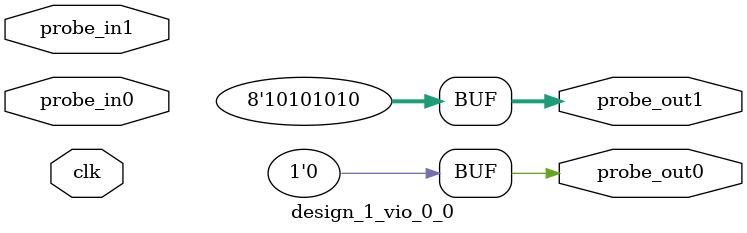
<source format=v>
`timescale 1ns / 1ps
module design_1_vio_0_0 (
clk,
probe_in0,probe_in1,
probe_out0,
probe_out1
);

input clk;
input [0 : 0] probe_in0;
input [0 : 0] probe_in1;

output reg [0 : 0] probe_out0 = 'h0 ;
output reg [7 : 0] probe_out1 = 'hAA ;


endmodule

</source>
